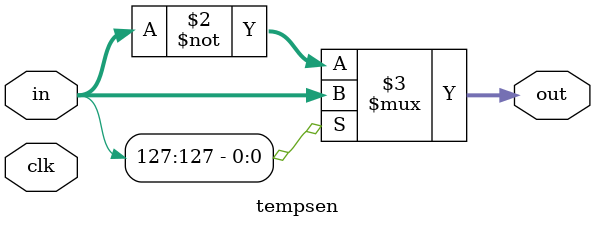
<source format=v>
module tempsen(clk, in, out);

input clk;
input  [127:0] in;
output [127:0] out;

assign out = (in[127] == 1)? in : ~in;


endmodule

</source>
